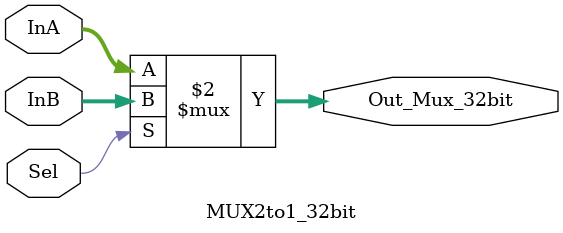
<source format=v>
module MUX2to1_32bit(Out_Mux_32bit, InA, InB, Sel);
	parameter n = 32;
	input [(n - 1):0] InA, InB;
	input Sel;
	output reg [(n - 1):0] Out_Mux_32bit;
	always @(*) begin
		Out_Mux_32bit = Sel ? InB : InA;
	end
	
endmodule

</source>
